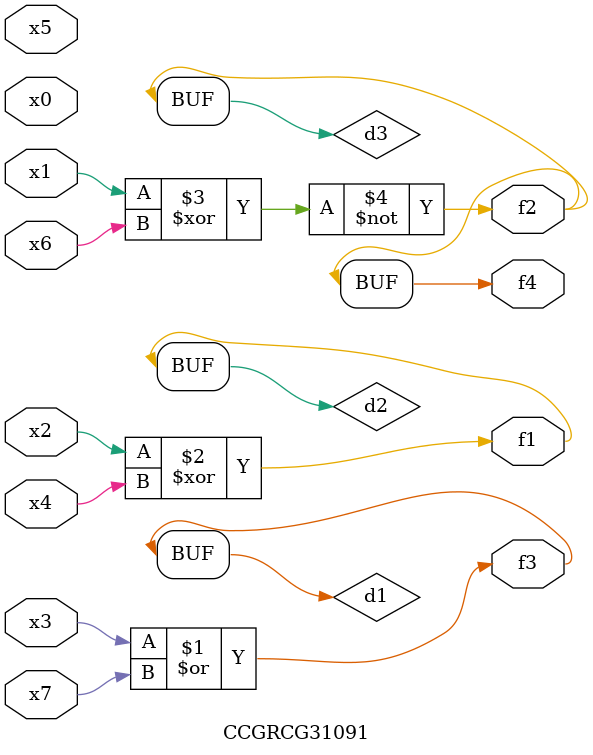
<source format=v>
module CCGRCG31091(
	input x0, x1, x2, x3, x4, x5, x6, x7,
	output f1, f2, f3, f4
);

	wire d1, d2, d3;

	or (d1, x3, x7);
	xor (d2, x2, x4);
	xnor (d3, x1, x6);
	assign f1 = d2;
	assign f2 = d3;
	assign f3 = d1;
	assign f4 = d3;
endmodule

</source>
